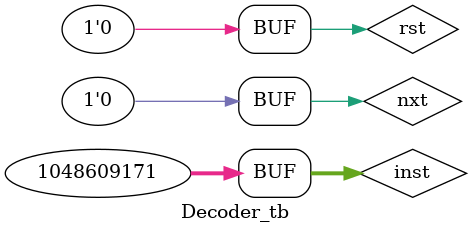
<source format=sv>
/*
Oct 5,2023
Archtecture_Diagram0.1
	-no Reorder buffer, no out-of-order.




*/

/*
logical shift - add 0 to do the shift
arithmetic shift- move the original sign bit into the vacated bits to do the shift
zero-extend-
sign-extend-
*/


//idea: there can be relationship between instructions. if 2 or more instructions are related, and frequently used 
//?between instructions, should I reset registers in Decode?
module Decoder(inst,rst,nxt,oper,rdAddr,rs1Addr,rs2Addr,imm,DONE_Decode,SL);
	//input clk;
	input [31:0]inst;	//instruction from Fetch
	input rst;		//positive reset
	input nxt;		//next instruction signal from other modules, it will drive en.

	output [5:0]oper;	//internal operation designation
	output [4:0]rdAddr;		//register destination
	output [4:0]rs1Addr,rs2Addr;	//register sources
	output [11:0]imm;	//immediate value
	output DONE_Decode;
	output [1:0] SL;	//store load = SL={Store,Load}
  
	parameter ALU=5'b0_1100,ALUImm=5'b0_0100,Load=5'b0_0000,Store=5'b0_1000,Jalr=5'b1_1001,Jal=5'b1_1011,AUIPC=5'b0_0101,LUI=5'b0_1101,FENCE=5'b0_0011,CSRECB='b1_1100,Branch=7'b1_1000;	//opcode-inst[6:2] opcode types

    logic en;		//enable to hold output
    
    reg [5:0] operReg = 6'b00_0000;
    reg [4:0]rdAddrReg =5'b0_0000;
    reg [4:0]rs1AddrReg =5'b0_0000;
    reg [4:0]rs2AddrReg =5'b0_0000;
    reg [11:0]immReg=12'h000;
    reg DONE_DecodeReg = 1'b0;
    reg [1:0] SLReg =2'b0;
    
    assign en = !nxt;
    assign oper=operReg;
    assign rdAddr = rdAddrReg;
    assign rs1Addr = rs1AddrReg;
    assign rs2Addr = rs2AddrReg;
    assign imm = immReg;
    assign DONE_Decode = DONE_DecodeReg;
    assign SL = SLReg;
/*
	always @(rst or nxt or DONE) begin
		if(rst) begin
			en <=0;
			DONE_Decoder <=0;
		end
		else begin
			if(nxt) begin
				DONE_Decoder<= 0;
				en<=0;
			end
			else	begin
				if(!DONE) begin
				en <=1;
				end
			end
		end
	end
*/
	always @(rst or inst or en) begin	
	//Decode doesnt have send the mircrocode at the end of always blocks.
	//latch; hold outputs when en is 1. en is the signal from ALU or later modules, to prevent those modules are overpopulated.
		DONE_DecodeReg= 0; //&& DONE_StageCheck; to hold decoder for the other 
		//RV32I instruction
		if(rst) begin		//positive reset
			operReg = 0;	
			rdAddrReg = 0;	
			rs1AddrReg =0;
			rs2AddrReg =0;	
			immReg =0;	
			SLReg = 0;
		end
		else begin			//! positive reset == no reset
			if(en) begin		//enable is high, output changes
				case(inst[6:2])		//types of operations

					ALU: begin	//R-type ALU operations
						rdAddrReg = inst[11:7];		
						rs1AddrReg = inst[19:15];
						rs2AddrReg = inst[24:20];

						case({inst[14:13],inst[31:25]})	//operations
							{3'b000,7'b000_0000}:	operReg = 6'd1;	//{add|sub, first selection}=add
							{3'b000,7'b010_0000}:	operReg = 6'd2;	//{add|sub, second selection}=sub
							{3'b001,7'b000_0000}:	operReg = 6'd3;	//{SLL, 0}= Shift Left Logical (multiply)
							{3'b010,7'b000_0000}:	operReg = 6'd4;	//{SLT, 0}= signed number comparison
							{3'b011,7'b000_0000}:	operReg = 6'd5;	//{SLTU, 0}= unsigned number comparison
							{3'b100,7'b000_0000}:	operReg = 6'd6;	//{XOR, 0}= XOR
							{3'b101,7'b000_0000}:	operReg = 6'd7;	//{SRL, first selection}= Shift Right Logical(divide)
							{3'b101,7'b010_0000}:	operReg = 6'd8;	//{SRL, second selection}= Shift Right Arithmetic(divide)
							{3'b110,7'b000_0000}:	operReg = 6'd9;	//{OR, 0}= OR
							{3'b111,7'b000_0000}:	operReg = 6'd10;	//{AND, 0}= AND
							default: operReg = 7'd0;
						endcase
					end
	
					ALUImm:	begin	//I-type ALU operations
						rdAddrReg = inst[11:7];
						rs1AddrReg = inst[19:15];
						immReg = inst[31:20];
					
						case(inst[14:12])
							3'b000:	operReg = 7'd11;	//add immediate,, MV rd rs1 = ADDI rd rs1 0,, NOP = ADDI x0,x0,0
							3'b010: operReg = 7'd12;	//set less than immediate signed
							3'b011: operReg = 7'd13;	//set less than immediate unsigned,,SLTIU rd, rs1, 1 sets rd to 1 if rs1 equals zero, otherwise sets rd to 0 (assembler pseudo-op SEQZ rd, rs).
							3'b100: operReg = 7'd14;	//XOR immediate,, xori rd, rs1, -1 = NOT rd, rs = logical inversion of register rs1
							3'b110: operReg = 7'd15;	//OR immediate
							3'b111: operReg = 7'd16;	//AND immediate
							//imm[4:0] = shamt, imm[11:5] = funct 7
							3'b001:	operReg = 7'd17;	//shift left logical immediate
							3'b101: operReg = 7'd18;	//shift right logical immediate
							3'b101: operReg = 7'd19;	//shift right arithmetic immediate
							default: operReg = 7'd0;
						endcase
					end
/*
					Load:	begin	//I-type Load operations
						rdAddr = inst[11:7];	//destination
						rs1Addr = inst[19:15];	//base
						//rs2 <= 5'b0;		//does not use
						imm <= inst[31:20];	//offset
						case(inst[14:12])
							3'b000:	begin	//LB-load 8bit from L1d
							end
							3'b001:	begin	//LH-load 16bit from L1d and sign-extends to 32 bits before storing in register destination
							     rdAddr <= L1dload(Regi(rs1Addr)+imm)&&32'h0000ffff;
							end
							3'b010:	begin	//LW-load 32bit from L1d into register destination
							     rdAddr <= L1dload(Regi(rs1Addr)+imm);
							end
							3'b100:	begin	//LBU-load 8bit unsigned
							end
							3'b101:	begin	//LHU-load 16bit from L1d and zero-extends to 32 bits before storing in register destination
							     rdAddr <= (L1dload(Regi(rs1Addr)+imm)&&32'h0000ffff) ||32'h11110000;
							end
							default: oper=7'd0;
						endcase
					end
	
					Store:	begin	//I-type Store operations
						//rd <= 5'b0;			
						rs1 = inst[19:15];		//base
						rs2 = inst[24:20];		//source
						imm = {inst[31:25],inst[11:7]};	//offset
				
						case(inst[14:12])
							3'b000: SL = 2'b10;	//SB= store LSB 8bits from rs2 to L1d[rs1]
							3'b001:	SL = 2'b10;	//SH= store LSB 16bits from rs2 to L1d[rs1]
							3'b010:	SL = 2'b10;	//SW= store LSB 32bits from rs2 to L1d[rs1]
						endcase
					end	
	*/
					
	
				endcase
			end
		end
	end
endmodule

module Decoder_tb();
    logic [31:0]inst;	//instruction from Fetch
	logic rst;		//positive reset
	logic nxt;		//next instruction

	logic [5:0]oper;	//internal operation designation
	logic [4:0]rdAddr;		//register destination
	logic [4:0]rs1Addr,rs2Addr;	//register sources
	logic [11:0]imm;	//immediate value
	logic DONE_Decoder;
	logic [1:0] SL;	//store load = SL={Store,Load}

    Decoder DUT (inst,rst,nxt,oper,rdAddr,rs1Addr,rs2Addr,imm,DONE_Decoder,SL);
 
    initial begin
    
    #20;
    nxt = 0;
    inst = 32'h002081b3;#10;
    inst = 32'h003091b3;#20;
    #20;
    rst = 1'b1;#20;
    inst = 32'h002081b3;#10;
    rst = 1'b0;#20;
    inst = 32'h002081b3;#10;
    inst = 32'h3e808193;#10;
    end
endmodule
</source>
